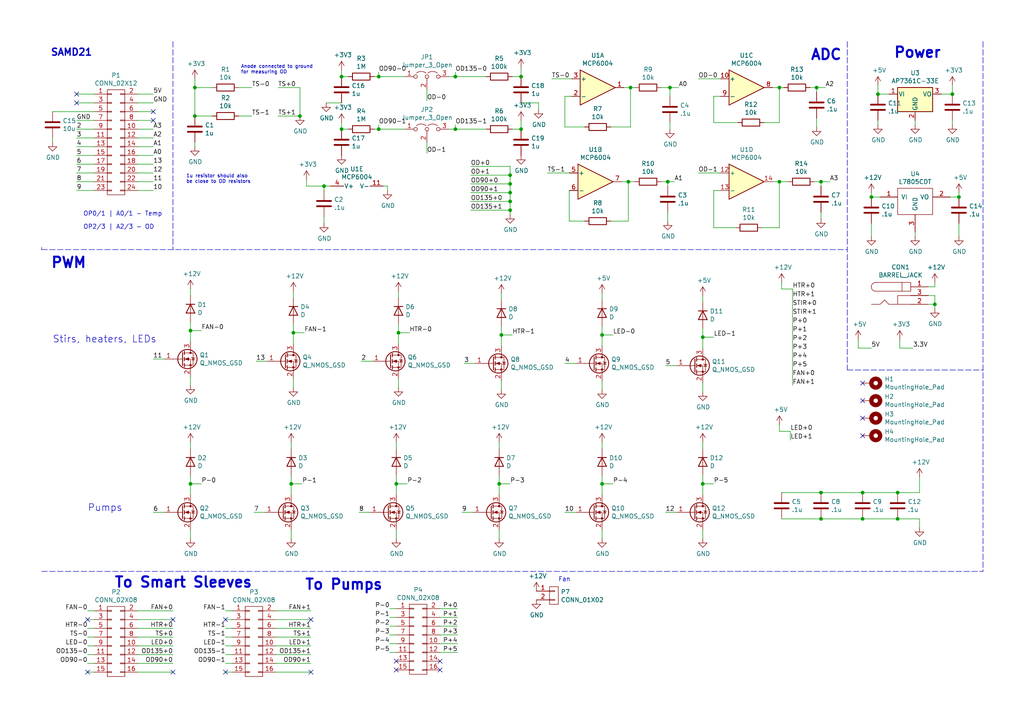
<source format=kicad_sch>
(kicad_sch (version 20211123) (generator eeschema)
  (paper "A4")
  (lib_symbols
    (symbol "Amplifier_Operational:MCP6004" (pin_names (offset 0.127))
      (property "Reference" "U" (at 0 5.08 0))
      (property "Value" "MCP6004" (at 0 -5.08 0))
      (symbol "MCP6004_1_1"
        (pin output line (at 7.62 0 180) (length 2.54) (name "~") (number "1"))
        (pin input line (at -7.62 -2.54 0) (length 2.54) (name "-") (number "2"))
        (pin input line (at -7.62 2.54 0) (length 2.54) (name "+") (number "3"))
      )
      (symbol "MCP6004_2_1"
        (pin input line (at -7.62 2.54 0) (length 2.54) (name "+") (number "5"))
        (pin input line (at -7.62 -2.54 0) (length 2.54) (name "-") (number "6"))
        (pin output line (at 7.62 0 180) (length 2.54) (name "~") (number "7"))
      )
      (symbol "MCP6004_3_1"
        (pin input line (at -7.62 2.54 0) (length 2.54) (name "+") (number "10"))
        (pin output line (at 7.62 0 180) (length 2.54) (name "~") (number "8"))
        (pin input line (at -7.62 -2.54 0) (length 2.54) (name "-") (number "9"))
      )
      (symbol "MCP6004_4_1"
        (pin input line (at -7.62 2.54 0) (length 2.54) (name "+") (number "12"))
        (pin input line (at -7.62 -2.54 0) (length 2.54) (name "-") (number "13"))
        (pin output line (at 7.62 0 180) (length 2.54) (name "~") (number "14"))
      )
      (symbol "MCP6004_5_1"
        (pin power_in line (at -2.54 -7.62 90) (length 3.81) (name "V-") (number "11"))
        (pin power_in line (at -2.54 7.62 270) (length 3.81) (name "V+") (number "4"))
      )
    )
    (symbol "Device:C" (pin_numbers hide) (pin_names (offset 0.254))
      (property "Reference" "C" (at 0.635 2.54 0))
      (property "Value" "C" (at 0.635 -2.54 0))
      (symbol "C_1_1"
        (pin passive line (at 0 3.81 270) (length 2.794) (name "~") (number "1"))
        (pin passive line (at 0 -3.81 90) (length 2.794) (name "~") (number "2"))
      )
    )
    (symbol "Device:D" (pin_numbers hide) (pin_names (offset 1.016) hide)
      (property "Reference" "D" (at 0 2.54 0))
      (property "Value" "D" (at 0 -2.54 0))
      (symbol "D_1_1"
        (pin passive line (at -3.81 0 0) (length 2.54) (name "K") (number "1"))
        (pin passive line (at 3.81 0 180) (length 2.54) (name "A") (number "2"))
      )
    )
    (symbol "Device:Q_NMOS_GSD" (pin_names (offset 0) hide)
      (property "Reference" "Q" (at 5.08 1.27 0))
      (property "Value" "Q_NMOS_GSD" (at 5.08 -1.27 0))
      (symbol "Q_NMOS_GSD_1_1"
        (pin input line (at -5.08 0 0) (length 2.54) (name "G") (number "1"))
        (pin passive line (at 2.54 -5.08 90) (length 2.54) (name "S") (number "2"))
        (pin passive line (at 2.54 5.08 270) (length 2.54) (name "D") (number "3"))
      )
    )
    (symbol "Device:R" (pin_numbers hide) (pin_names (offset 0))
      (property "Reference" "R" (at 2.032 0 90))
      (property "Value" "R" (at 0 0 90))
      (symbol "R_1_1"
        (pin passive line (at 0 3.81 270) (length 1.27) (name "~") (number "1"))
        (pin passive line (at 0 -3.81 90) (length 1.27) (name "~") (number "2"))
      )
    )
    (symbol "Mechanical:MountingHole_Pad" (pin_numbers hide) (pin_names (offset 1.016) hide)
      (property "Reference" "H" (at 0 6.35 0))
      (property "Value" "MountingHole_Pad" (at 0 4.445 0))
      (symbol "MountingHole_Pad_1_1"
        (pin input line (at 0 -2.54 90) (length 2.54) (name "1") (number "1"))
      )
    )
    (symbol "Regulator_Linear:AP7361C-33E" (pin_names (offset 0.254))
      (property "Reference" "U" (at -3.81 3.175 0))
      (property "Value" "AP7361C-33E" (at 0 3.175 0))
      (symbol "AP7361C-33E_1_1"
        (pin power_in line (at -7.62 0 0) (length 2.54) (name "VI") (number "1"))
        (pin power_in line (at 0 -7.62 90) (length 2.54) (name "GND") (number "2"))
        (pin power_out line (at 7.62 0 180) (length 2.54) (name "VO") (number "3"))
      )
    )
    (symbol "power:+12V" (power) (pin_names (offset 0))
      (property "Value" "+12V" (at 0 3.556 0))
      (symbol "+12V_1_1"
        (pin power_in line (at 0 0 90) (length 0) hide (name "+12V") (number "1"))
      )
    )
    (symbol "power:+5V" (power) (pin_names (offset 0))
      (property "Value" "+5V" (at 0 3.556 0))
      (symbol "+5V_1_1"
        (pin power_in line (at 0 0 90) (length 0) hide (name "+5V") (number "1"))
      )
    )
    (symbol "power:GND" (power) (pin_names (offset 0))
      (property "Value" "GND" (at 0 -3.81 0))
      (symbol "GND_1_1"
        (pin power_in line (at 0 0 270) (length 0) hide (name "GND") (number "1"))
      )
    )
    (symbol "power_mini_evolver-rescue:+3.3V-power" (power) (pin_names (offset 0))
      (property "Value" "+3.3V-power" (at 0 3.556 0))
      (symbol "+3.3V-power_1_1"
        (pin power_in line (at 0 0 90) (length 0) hide (name "+3V3") (number "1"))
      )
    )
    (symbol "power_mini_evolver-rescue:BARREL_JACK-conn" (pin_names (offset 1.016))
      (property "Reference" "CON" (at 0 6.35 0))
      (property "Value" "BARREL_JACK-conn" (at 0 -5.08 0))
      (symbol "BARREL_JACK-conn_1_1"
        (pin passive line (at 7.62 2.54 180) (length 5.08) (name "~") (number "1"))
        (pin passive line (at 7.62 -2.54 180) (length 5.08) (name "~") (number "2"))
        (pin passive line (at 7.62 0 180) (length 5.08) (name "~") (number "3"))
      )
    )
    (symbol "power_mini_evolver-rescue:CONN_01X02-conn" (pin_names (offset 1.016) hide)
      (property "Reference" "P" (at 0 3.81 0))
      (property "Value" "CONN_01X02-conn" (at 2.54 0 90))
      (symbol "CONN_01X02-conn_1_1"
        (pin passive line (at -5.08 1.27 0) (length 3.81) (name "P1") (number "1"))
        (pin passive line (at -5.08 -1.27 0) (length 3.81) (name "P2") (number "2"))
      )
    )
    (symbol "power_mini_evolver-rescue:CONN_02X08-conn" (pin_names (offset 0.0254) hide)
      (property "Reference" "P" (at 0 11.43 0))
      (property "Value" "CONN_02X08-conn" (at 0 0 90))
      (symbol "CONN_02X08-conn_1_1"
        (pin passive line (at -6.35 8.89 0) (length 3.81) (name "P1") (number "1"))
        (pin passive line (at 6.35 -1.27 180) (length 3.81) (name "P10") (number "10"))
        (pin passive line (at -6.35 -3.81 0) (length 3.81) (name "P11") (number "11"))
        (pin passive line (at 6.35 -3.81 180) (length 3.81) (name "P12") (number "12"))
        (pin passive line (at -6.35 -6.35 0) (length 3.81) (name "P13") (number "13"))
        (pin passive line (at 6.35 -6.35 180) (length 3.81) (name "P14") (number "14"))
        (pin passive line (at -6.35 -8.89 0) (length 3.81) (name "P15") (number "15"))
        (pin passive line (at 6.35 -8.89 180) (length 3.81) (name "P16") (number "16"))
        (pin passive line (at 6.35 8.89 180) (length 3.81) (name "P2") (number "2"))
        (pin passive line (at -6.35 6.35 0) (length 3.81) (name "P3") (number "3"))
        (pin passive line (at 6.35 6.35 180) (length 3.81) (name "P4") (number "4"))
        (pin passive line (at -6.35 3.81 0) (length 3.81) (name "P5") (number "5"))
        (pin passive line (at 6.35 3.81 180) (length 3.81) (name "P6") (number "6"))
        (pin passive line (at -6.35 1.27 0) (length 3.81) (name "P7") (number "7"))
        (pin passive line (at 6.35 1.27 180) (length 3.81) (name "P8") (number "8"))
        (pin passive line (at -6.35 -1.27 0) (length 3.81) (name "P9") (number "9"))
      )
    )
    (symbol "power_mini_evolver-rescue:CONN_02X12-conn" (pin_names (offset 0.0254) hide)
      (property "Reference" "P" (at 0 16.51 0))
      (property "Value" "CONN_02X12-conn" (at 0 0 90))
      (symbol "CONN_02X12-conn_1_1"
        (pin passive line (at -6.35 13.97 0) (length 3.81) (name "P1") (number "1"))
        (pin passive line (at 6.35 3.81 180) (length 3.81) (name "P10") (number "10"))
        (pin passive line (at -6.35 1.27 0) (length 3.81) (name "P11") (number "11"))
        (pin passive line (at 6.35 1.27 180) (length 3.81) (name "P12") (number "12"))
        (pin passive line (at -6.35 -1.27 0) (length 3.81) (name "P13") (number "13"))
        (pin passive line (at 6.35 -1.27 180) (length 3.81) (name "P14") (number "14"))
        (pin passive line (at -6.35 -3.81 0) (length 3.81) (name "P15") (number "15"))
        (pin passive line (at 6.35 -3.81 180) (length 3.81) (name "P16") (number "16"))
        (pin passive line (at -6.35 -6.35 0) (length 3.81) (name "P17") (number "17"))
        (pin passive line (at 6.35 -6.35 180) (length 3.81) (name "P18") (number "18"))
        (pin passive line (at -6.35 -8.89 0) (length 3.81) (name "P19") (number "19"))
        (pin passive line (at 6.35 13.97 180) (length 3.81) (name "P2") (number "2"))
        (pin passive line (at 6.35 -8.89 180) (length 3.81) (name "P20") (number "20"))
        (pin passive line (at -6.35 -11.43 0) (length 3.81) (name "P21") (number "21"))
        (pin passive line (at 6.35 -11.43 180) (length 3.81) (name "P22") (number "22"))
        (pin passive line (at -6.35 -13.97 0) (length 3.81) (name "P23") (number "23"))
        (pin passive line (at 6.35 -13.97 180) (length 3.81) (name "P24") (number "24"))
        (pin passive line (at -6.35 11.43 0) (length 3.81) (name "P3") (number "3"))
        (pin passive line (at 6.35 11.43 180) (length 3.81) (name "P4") (number "4"))
        (pin passive line (at -6.35 8.89 0) (length 3.81) (name "P5") (number "5"))
        (pin passive line (at 6.35 8.89 180) (length 3.81) (name "P6") (number "6"))
        (pin passive line (at -6.35 6.35 0) (length 3.81) (name "P7") (number "7"))
        (pin passive line (at 6.35 6.35 180) (length 3.81) (name "P8") (number "8"))
        (pin passive line (at -6.35 3.81 0) (length 3.81) (name "P9") (number "9"))
      )
    )
    (symbol "power_mini_evolver-rescue:Jumper_3_Open-Jumper" (pin_names (offset 0) hide)
      (property "Reference" "JP" (at -2.54 -2.54 0))
      (property "Value" "Jumper_3_Open-Jumper" (at 0 2.794 0))
      (symbol "Jumper_3_Open-Jumper_1_1"
        (pin passive line (at -6.35 0 0) (length 2.54) (name "A") (number "1"))
        (pin input line (at 0 -3.81 90) (length 2.54) (name "C") (number "2"))
        (pin passive line (at 6.35 0 180) (length 2.54) (name "B") (number "3"))
      )
    )
    (symbol "power_mini_evolver-rescue:L7805CDT-evo_mini" (pin_names (offset 1.016))
      (property "Reference" "U" (at 1.27 -5.08 0))
      (property "Value" "L7805CDT-evo_mini" (at 0 5.08 0))
      (symbol "L7805CDT-evo_mini_1_1"
        (pin input line (at -10.16 1.27 0) (length 5.08) (name "VI") (number "1"))
        (pin input line (at 10.16 1.27 180) (length 5.08) (name "VO") (number "2"))
        (pin input line (at 0 -8.89 90) (length 5.08) (name "GND") (number "3"))
      )
    )
  )
  (junction (at 276.225 27.305))
  (junction (at 252.73 57.15))
  (junction (at 254.635 27.305))
  (junction (at 174.625 97.155))
  (junction (at 238.125 52.705))
  (junction (at 86.995 33.655))
  (junction (at 151.13 22.225))
  (junction (at 151.13 37.465))
  (junction (at 203.835 97.79))
  (junction (at 203.835 140.335))
  (junction (at 55.245 95.885))
  (junction (at 226.06 52.705))
  (junction (at 226.06 25.4))
  (junction (at 278.13 57.15))
  (junction (at 147.955 55.88))
  (junction (at 147.955 58.42))
  (junction (at 260.35 142.875))
  (junction (at 271.145 88.265))
  (junction (at 55.245 140.335))
  (junction (at 250.19 150.495))
  (junction (at 145.415 97.155))
  (junction (at 236.855 25.4))
  (junction (at 238.125 142.875))
  (junction (at 114.935 140.335))
  (junction (at 56.515 33.655))
  (junction (at 132.08 22.225))
  (junction (at 109.855 37.465))
  (junction (at 194.31 25.4))
  (junction (at 144.78 140.335))
  (junction (at 132.08 37.465))
  (junction (at 99.06 22.225))
  (junction (at 99.06 37.465))
  (junction (at 182.245 52.705))
  (junction (at 56.515 25.4))
  (junction (at 238.125 150.495))
  (junction (at 109.855 22.225))
  (junction (at 93.98 53.975))
  (junction (at 174.625 140.335))
  (junction (at 84.455 140.335))
  (junction (at 147.955 60.96))
  (junction (at 147.955 53.34))
  (junction (at 250.19 142.875))
  (junction (at 182.88 25.4))
  (junction (at 115.57 96.52))
  (junction (at 147.955 50.8))
  (junction (at 85.09 96.52))
  (junction (at 193.675 52.705))
  (junction (at 260.35 150.495))
  (no_connect (at 65.405 194.945))
  (no_connect (at 25.4 179.705))
  (no_connect (at 250.19 116.205))
  (no_connect (at 50.165 179.705))
  (no_connect (at 250.19 111.125))
  (no_connect (at 127.635 191.77))
  (no_connect (at 90.17 194.945))
  (no_connect (at 114.935 191.77))
  (no_connect (at 250.19 121.285))
  (no_connect (at 22.225 29.845))
  (no_connect (at 44.45 32.385))
  (no_connect (at 250.19 126.365))
  (no_connect (at 50.165 194.945))
  (no_connect (at 22.225 27.305))
  (no_connect (at 90.17 179.705))
  (no_connect (at 65.405 179.705))
  (no_connect (at 44.45 34.925))
  (no_connect (at 25.4 194.945))
  (no_connect (at 127.635 194.31))
  (no_connect (at 114.935 194.31))
  (wire (pts (xy 94.615 29.845) (xy 99.06 29.845)))
  (wire (pts (xy 165.735 27.94) (xy 163.83 27.94)))
  (polyline (pts (xy 12.065 72.39) (xy 245.745 72.39)))
  (wire (pts (xy 238.125 61.595) (xy 238.125 63.5)))
  (wire (pts (xy 65.405 184.785) (xy 67.31 184.785)))
  (wire (pts (xy 93.98 53.975) (xy 95.885 53.975)))
  (wire (pts (xy 90.17 184.785) (xy 80.01 184.785)))
  (wire (pts (xy 276.225 36.195) (xy 276.225 34.925)))
  (wire (pts (xy 136.525 48.26) (xy 147.955 48.26)))
  (wire (pts (xy 55.245 109.22) (xy 55.245 111.76)))
  (wire (pts (xy 85.09 96.52) (xy 85.09 99.695)))
  (wire (pts (xy 156.21 29.845) (xy 156.21 31.75)))
  (wire (pts (xy 145.415 97.155) (xy 145.415 100.33)))
  (wire (pts (xy 226.06 66.04) (xy 226.06 52.705)))
  (wire (pts (xy 84.455 140.335) (xy 84.455 143.51)))
  (wire (pts (xy 174.625 94.615) (xy 174.625 97.155)))
  (polyline (pts (xy 50.165 12.065) (xy 50.165 72.39)))
  (wire (pts (xy 25.4 194.945) (xy 27.305 194.945)))
  (wire (pts (xy 165.1 64.135) (xy 169.545 64.135)))
  (wire (pts (xy 195.58 52.705) (xy 193.675 52.705)))
  (wire (pts (xy 50.165 184.785) (xy 40.005 184.785)))
  (wire (pts (xy 177.165 64.135) (xy 182.245 64.135)))
  (wire (pts (xy 207.01 97.79) (xy 203.835 97.79)))
  (wire (pts (xy 56.515 42.545) (xy 56.515 41.275)))
  (wire (pts (xy 278.13 57.15) (xy 275.59 57.15)))
  (wire (pts (xy 107.315 148.59) (xy 104.14 148.59)))
  (wire (pts (xy 254.635 27.305) (xy 254.635 24.765)))
  (wire (pts (xy 252.73 68.58) (xy 252.73 64.77)))
  (wire (pts (xy 196.215 148.59) (xy 193.04 148.59)))
  (wire (pts (xy 144.78 140.335) (xy 144.78 143.51)))
  (wire (pts (xy 88.265 96.52) (xy 85.09 96.52)))
  (wire (pts (xy 99.06 20.32) (xy 99.06 22.225)))
  (wire (pts (xy 25.4 184.785) (xy 27.305 184.785)))
  (wire (pts (xy 145.415 110.49) (xy 145.415 113.03)))
  (wire (pts (xy 238.125 52.705) (xy 238.125 53.975)))
  (wire (pts (xy 22.225 52.705) (xy 27.305 52.705)))
  (wire (pts (xy 260.985 98.425) (xy 260.985 100.965)))
  (wire (pts (xy 265.43 36.195) (xy 265.43 34.925)))
  (wire (pts (xy 151.13 29.845) (xy 156.21 29.845)))
  (wire (pts (xy 77.47 104.775) (xy 74.295 104.775)))
  (wire (pts (xy 174.625 137.795) (xy 174.625 140.335)))
  (polyline (pts (xy 285.115 12.065) (xy 285.115 165.735)))
  (wire (pts (xy 25.4 192.405) (xy 27.305 192.405)))
  (polyline (pts (xy 245.745 12.065) (xy 245.745 107.315)))
  (wire (pts (xy 226.695 150.495) (xy 238.125 150.495)))
  (wire (pts (xy 207.01 55.245) (xy 208.915 55.245)))
  (wire (pts (xy 114.935 140.335) (xy 114.935 143.51)))
  (wire (pts (xy 132.715 184.15) (xy 127.635 184.15)))
  (wire (pts (xy 229.87 83.82) (xy 229.87 111.76)))
  (wire (pts (xy 107.95 104.775) (xy 104.775 104.775)))
  (wire (pts (xy 136.525 50.8) (xy 147.955 50.8)))
  (wire (pts (xy 65.405 177.165) (xy 67.31 177.165)))
  (polyline (pts (xy 12.065 165.735) (xy 285.115 165.735)))
  (wire (pts (xy 167.005 105.41) (xy 163.83 105.41)))
  (wire (pts (xy 50.165 189.865) (xy 40.005 189.865)))
  (wire (pts (xy 113.03 189.23) (xy 114.935 189.23)))
  (wire (pts (xy 84.455 128.27) (xy 84.455 130.175)))
  (wire (pts (xy 114.935 128.27) (xy 114.935 130.175)))
  (wire (pts (xy 226.695 142.875) (xy 238.125 142.875)))
  (wire (pts (xy 55.245 83.82) (xy 55.245 85.725)))
  (wire (pts (xy 123.825 41.275) (xy 123.825 44.45)))
  (wire (pts (xy 174.625 153.67) (xy 174.625 156.21)))
  (wire (pts (xy 44.45 42.545) (xy 40.005 42.545)))
  (wire (pts (xy 25.4 189.865) (xy 27.305 189.865)))
  (wire (pts (xy 145.415 94.615) (xy 145.415 97.155)))
  (wire (pts (xy 76.835 148.59) (xy 73.66 148.59)))
  (wire (pts (xy 147.955 60.96) (xy 147.955 62.23)))
  (wire (pts (xy 177.165 36.83) (xy 182.88 36.83)))
  (wire (pts (xy 47.625 148.59) (xy 44.45 148.59)))
  (wire (pts (xy 132.715 179.07) (xy 127.635 179.07)))
  (wire (pts (xy 147.955 50.8) (xy 147.955 53.34)))
  (wire (pts (xy 148.59 97.155) (xy 145.415 97.155)))
  (wire (pts (xy 236.855 25.4) (xy 236.855 26.67)))
  (wire (pts (xy 50.165 177.165) (xy 40.005 177.165)))
  (wire (pts (xy 226.06 125.095) (xy 229.235 125.095)))
  (wire (pts (xy 85.09 109.855) (xy 85.09 112.395)))
  (wire (pts (xy 109.855 22.225) (xy 117.475 22.225)))
  (wire (pts (xy 25.4 182.245) (xy 27.305 182.245)))
  (wire (pts (xy 136.525 55.88) (xy 147.955 55.88)))
  (wire (pts (xy 203.835 137.795) (xy 203.835 140.335)))
  (wire (pts (xy 194.31 35.56) (xy 194.31 37.465)))
  (wire (pts (xy 111.125 53.975) (xy 112.395 53.975)))
  (wire (pts (xy 182.88 36.83) (xy 182.88 25.4)))
  (wire (pts (xy 151.13 37.465) (xy 148.59 37.465)))
  (wire (pts (xy 44.45 45.085) (xy 40.005 45.085)))
  (wire (pts (xy 255.27 57.15) (xy 252.73 57.15)))
  (wire (pts (xy 118.745 96.52) (xy 115.57 96.52)))
  (wire (pts (xy 22.225 40.005) (xy 27.305 40.005)))
  (wire (pts (xy 144.78 137.795) (xy 144.78 140.335)))
  (wire (pts (xy 132.08 22.225) (xy 140.97 22.225)))
  (wire (pts (xy 44.45 47.625) (xy 40.005 47.625)))
  (wire (pts (xy 65.405 192.405) (xy 67.31 192.405)))
  (wire (pts (xy 109.855 22.225) (xy 109.855 20.955)))
  (wire (pts (xy 207.01 27.94) (xy 208.915 27.94)))
  (wire (pts (xy 203.835 140.335) (xy 203.835 143.51)))
  (wire (pts (xy 22.225 47.625) (xy 27.305 47.625)))
  (wire (pts (xy 163.83 27.94) (xy 163.83 36.83)))
  (wire (pts (xy 137.795 105.41) (xy 134.62 105.41)))
  (wire (pts (xy 229.235 125.095) (xy 229.235 127.635)))
  (wire (pts (xy 50.165 187.325) (xy 40.005 187.325)))
  (wire (pts (xy 266.7 142.875) (xy 266.7 138.43)))
  (wire (pts (xy 56.515 25.4) (xy 56.515 33.655)))
  (wire (pts (xy 226.695 83.82) (xy 229.87 83.82)))
  (wire (pts (xy 99.06 37.465) (xy 100.965 37.465)))
  (polyline (pts (xy 245.745 107.315) (xy 285.115 107.315)))
  (wire (pts (xy 136.525 60.96) (xy 147.955 60.96)))
  (wire (pts (xy 22.225 45.085) (xy 27.305 45.085)))
  (wire (pts (xy 73.025 25.4) (xy 69.215 25.4)))
  (wire (pts (xy 226.06 52.705) (xy 224.155 52.705)))
  (wire (pts (xy 25.4 177.165) (xy 27.305 177.165)))
  (wire (pts (xy 271.145 88.265) (xy 269.24 88.265)))
  (wire (pts (xy 73.025 33.655) (xy 69.215 33.655)))
  (wire (pts (xy 203.835 128.27) (xy 203.835 130.175)))
  (wire (pts (xy 113.03 179.07) (xy 114.935 179.07)))
  (wire (pts (xy 99.06 35.56) (xy 99.06 37.465)))
  (wire (pts (xy 174.625 140.335) (xy 174.625 143.51)))
  (wire (pts (xy 226.06 25.4) (xy 227.33 25.4)))
  (wire (pts (xy 224.155 25.4) (xy 226.06 25.4)))
  (wire (pts (xy 165.1 55.245) (xy 165.1 64.135)))
  (wire (pts (xy 194.31 25.4) (xy 196.85 25.4)))
  (wire (pts (xy 123.825 26.035) (xy 123.825 29.21)))
  (wire (pts (xy 147.955 53.34) (xy 147.955 55.88)))
  (wire (pts (xy 271.145 83.185) (xy 269.24 83.185)))
  (wire (pts (xy 93.98 64.77) (xy 93.98 62.865)))
  (wire (pts (xy 80.645 33.655) (xy 86.995 33.655)))
  (wire (pts (xy 109.855 37.465) (xy 117.475 37.465)))
  (wire (pts (xy 182.88 25.4) (xy 180.975 25.4)))
  (wire (pts (xy 132.08 20.955) (xy 132.08 22.225)))
  (wire (pts (xy 250.19 142.875) (xy 260.35 142.875)))
  (wire (pts (xy 114.935 153.67) (xy 114.935 156.21)))
  (wire (pts (xy 266.7 150.495) (xy 266.7 153.035)))
  (wire (pts (xy 228.6 52.705) (xy 226.06 52.705)))
  (wire (pts (xy 271.145 85.725) (xy 271.145 88.265)))
  (wire (pts (xy 174.625 128.27) (xy 174.625 130.175)))
  (wire (pts (xy 260.35 150.495) (xy 266.7 150.495)))
  (wire (pts (xy 55.245 153.67) (xy 55.245 156.21)))
  (wire (pts (xy 174.625 85.09) (xy 174.625 86.995)))
  (wire (pts (xy 260.35 142.875) (xy 266.7 142.875)))
  (wire (pts (xy 55.245 95.885) (xy 55.245 99.06)))
  (wire (pts (xy 265.43 67.31) (xy 265.43 68.58)))
  (wire (pts (xy 240.665 52.705) (xy 238.125 52.705)))
  (wire (pts (xy 203.835 97.79) (xy 203.835 100.965)))
  (wire (pts (xy 213.995 35.56) (xy 207.01 35.56)))
  (wire (pts (xy 27.305 34.925) (xy 22.225 34.925)))
  (wire (pts (xy 202.565 50.165) (xy 208.915 50.165)))
  (wire (pts (xy 151.13 22.225) (xy 148.59 22.225)))
  (wire (pts (xy 90.17 194.945) (xy 80.01 194.945)))
  (wire (pts (xy 108.585 22.225) (xy 109.855 22.225)))
  (wire (pts (xy 250.19 150.495) (xy 260.35 150.495)))
  (wire (pts (xy 55.245 137.795) (xy 55.245 140.335)))
  (wire (pts (xy 90.17 179.705) (xy 80.01 179.705)))
  (wire (pts (xy 15.24 41.275) (xy 15.24 40.005)))
  (wire (pts (xy 158.75 50.165) (xy 165.1 50.165)))
  (wire (pts (xy 207.01 66.04) (xy 207.01 55.245)))
  (wire (pts (xy 174.625 110.49) (xy 174.625 113.03)))
  (wire (pts (xy 108.585 37.465) (xy 109.855 37.465)))
  (wire (pts (xy 278.13 68.58) (xy 278.13 64.77)))
  (wire (pts (xy 61.595 25.4) (xy 56.515 25.4)))
  (wire (pts (xy 22.225 29.845) (xy 27.305 29.845)))
  (wire (pts (xy 136.525 58.42) (xy 147.955 58.42)))
  (wire (pts (xy 55.245 128.27) (xy 55.245 130.175)))
  (wire (pts (xy 61.595 33.655) (xy 56.515 33.655)))
  (wire (pts (xy 113.03 184.15) (xy 114.935 184.15)))
  (wire (pts (xy 191.77 52.705) (xy 193.675 52.705)))
  (wire (pts (xy 88.9 52.07) (xy 88.9 53.975)))
  (wire (pts (xy 248.92 100.965) (xy 252.73 100.965)))
  (wire (pts (xy 85.09 84.455) (xy 85.09 86.36)))
  (wire (pts (xy 144.78 128.27) (xy 144.78 130.175)))
  (wire (pts (xy 112.395 53.975) (xy 112.395 55.245)))
  (wire (pts (xy 234.95 25.4) (xy 236.855 25.4)))
  (wire (pts (xy 191.77 25.4) (xy 194.31 25.4)))
  (wire (pts (xy 44.45 52.705) (xy 40.005 52.705)))
  (wire (pts (xy 236.855 34.29) (xy 236.855 36.83)))
  (wire (pts (xy 90.17 192.405) (xy 80.01 192.405)))
  (wire (pts (xy 22.225 50.165) (xy 27.305 50.165)))
  (wire (pts (xy 239.395 25.4) (xy 236.855 25.4)))
  (wire (pts (xy 260.985 100.965) (xy 264.795 100.965)))
  (wire (pts (xy 193.675 52.705) (xy 193.675 53.975)))
  (wire (pts (xy 276.225 24.765) (xy 276.225 27.305)))
  (wire (pts (xy 147.955 58.42) (xy 147.955 60.96)))
  (wire (pts (xy 137.16 148.59) (xy 133.985 148.59)))
  (wire (pts (xy 114.935 137.795) (xy 114.935 140.335)))
  (wire (pts (xy 163.83 36.83) (xy 169.545 36.83)))
  (wire (pts (xy 65.405 189.865) (xy 67.31 189.865)))
  (wire (pts (xy 177.8 140.335) (xy 174.625 140.335)))
  (wire (pts (xy 271.145 81.915) (xy 271.145 83.185)))
  (wire (pts (xy 193.675 61.595) (xy 193.675 64.135)))
  (wire (pts (xy 93.98 55.245) (xy 93.98 53.975)))
  (wire (pts (xy 194.31 27.94) (xy 194.31 25.4)))
  (wire (pts (xy 144.78 153.67) (xy 144.78 156.21)))
  (wire (pts (xy 213.36 66.04) (xy 207.01 66.04)))
  (wire (pts (xy 90.17 189.865) (xy 80.01 189.865)))
  (wire (pts (xy 90.17 187.325) (xy 80.01 187.325)))
  (wire (pts (xy 40.005 29.845) (xy 44.45 29.845)))
  (wire (pts (xy 86.995 25.4) (xy 86.995 33.655)))
  (wire (pts (xy 40.005 27.305) (xy 44.45 27.305)))
  (wire (pts (xy 203.835 153.67) (xy 203.835 156.21)))
  (wire (pts (xy 99.06 22.225) (xy 100.965 22.225)))
  (wire (pts (xy 65.405 182.245) (xy 67.31 182.245)))
  (wire (pts (xy 132.715 181.61) (xy 127.635 181.61)))
  (wire (pts (xy 50.165 194.945) (xy 40.005 194.945)))
  (wire (pts (xy 44.45 40.005) (xy 40.005 40.005)))
  (wire (pts (xy 50.165 192.405) (xy 40.005 192.405)))
  (wire (pts (xy 132.08 36.195) (xy 132.08 37.465)))
  (wire (pts (xy 221.615 35.56) (xy 226.06 35.56)))
  (wire (pts (xy 55.245 140.335) (xy 55.245 143.51)))
  (wire (pts (xy 226.06 35.56) (xy 226.06 25.4)))
  (wire (pts (xy 44.45 34.925) (xy 40.005 34.925)))
  (wire (pts (xy 40.005 32.385) (xy 44.45 32.385)))
  (wire (pts (xy 65.405 187.325) (xy 67.31 187.325)))
  (wire (pts (xy 203.835 85.725) (xy 203.835 87.63)))
  (wire (pts (xy 151.13 34.925) (xy 151.13 37.465)))
  (wire (pts (xy 65.405 194.945) (xy 67.31 194.945)))
  (wire (pts (xy 174.625 97.155) (xy 174.625 100.33)))
  (wire (pts (xy 182.245 52.705) (xy 180.34 52.705)))
  (wire (pts (xy 90.17 177.165) (xy 80.01 177.165)))
  (wire (pts (xy 130.175 37.465) (xy 132.08 37.465)))
  (wire (pts (xy 276.225 27.305) (xy 273.05 27.305)))
  (wire (pts (xy 118.11 140.335) (xy 114.935 140.335)))
  (wire (pts (xy 196.215 106.045) (xy 193.04 106.045)))
  (wire (pts (xy 236.22 52.705) (xy 238.125 52.705)))
  (wire (pts (xy 113.03 186.69) (xy 114.935 186.69)))
  (wire (pts (xy 203.835 95.25) (xy 203.835 97.79)))
  (wire (pts (xy 238.125 150.495) (xy 250.19 150.495)))
  (wire (pts (xy 132.715 189.23) (xy 127.635 189.23)))
  (wire (pts (xy 25.4 187.325) (xy 27.305 187.325)))
  (wire (pts (xy 47.625 104.14) (xy 44.45 104.14)))
  (wire (pts (xy 15.24 32.385) (xy 27.305 32.385)))
  (polyline (pts (xy 12.065 72.39) (xy 12.065 71.755)))
  (wire (pts (xy 254.635 34.925) (xy 254.635 36.195)))
  (wire (pts (xy 257.81 27.305) (xy 254.635 27.305)))
  (wire (pts (xy 50.165 182.245) (xy 40.005 182.245)))
  (wire (pts (xy 65.405 179.705) (xy 67.31 179.705)))
  (wire (pts (xy 44.45 55.245) (xy 40.005 55.245)))
  (wire (pts (xy 115.57 93.98) (xy 115.57 96.52)))
  (wire (pts (xy 252.73 57.15) (xy 252.73 55.88)))
  (wire (pts (xy 145.415 85.09) (xy 145.415 86.995)))
  (wire (pts (xy 58.42 95.885) (xy 55.245 95.885)))
  (wire (pts (xy 132.08 37.465) (xy 140.97 37.465)))
  (wire (pts (xy 113.03 181.61) (xy 114.935 181.61)))
  (wire (pts (xy 88.9 53.975) (xy 93.98 53.975)))
  (wire (pts (xy 58.42 140.335) (xy 55.245 140.335)))
  (wire (pts (xy 226.695 81.915) (xy 226.695 83.82)))
  (wire (pts (xy 109.855 37.465) (xy 109.855 36.195)))
  (wire (pts (xy 25.4 179.705) (xy 27.305 179.705)))
  (wire (pts (xy 269.24 85.725) (xy 271.145 85.725)))
  (wire (pts (xy 115.57 96.52) (xy 115.57 99.695)))
  (wire (pts (xy 85.09 93.98) (xy 85.09 96.52)))
  (wire (pts (xy 278.13 55.88) (xy 278.13 57.15)))
  (wire (pts (xy 226.06 123.19) (xy 226.06 125.095)))
  (wire (pts (xy 203.835 111.125) (xy 203.835 113.665)))
  (wire (pts (xy 55.245 93.345) (xy 55.245 95.885)))
  (wire (pts (xy 84.455 153.67) (xy 84.455 156.21)))
  (wire (pts (xy 238.125 142.875) (xy 250.19 142.875)))
  (wire (pts (xy 84.455 137.795) (xy 84.455 140.335)))
  (wire (pts (xy 182.245 64.135) (xy 182.245 52.705)))
  (wire (pts (xy 80.645 25.4) (xy 86.995 25.4)))
  (wire (pts (xy 90.17 182.245) (xy 80.01 182.245)))
  (wire (pts (xy 147.955 140.335) (xy 144.78 140.335)))
  (wire (pts (xy 167.005 148.59) (xy 163.83 148.59)))
  (wire (pts (xy 207.01 140.335) (xy 203.835 140.335)))
  (wire (pts (xy 50.165 179.705) (xy 40.005 179.705)))
  (wire (pts (xy 113.03 176.53) (xy 114.935 176.53)))
  (wire (pts (xy 132.715 176.53) (xy 127.635 176.53)))
  (wire (pts (xy 177.8 97.155) (xy 174.625 97.155)))
  (wire (pts (xy 147.955 48.26) (xy 147.955 50.8)))
  (wire (pts (xy 87.63 140.335) (xy 84.455 140.335)))
  (wire (pts (xy 22.225 55.245) (xy 27.305 55.245)))
  (wire (pts (xy 132.715 186.69) (xy 127.635 186.69)))
  (wire (pts (xy 44.45 37.465) (xy 40.005 37.465)))
  (wire (pts (xy 202.565 22.86) (xy 208.915 22.86)))
  (wire (pts (xy 22.225 37.465) (xy 27.305 37.465)))
  (wire (pts (xy 147.955 55.88) (xy 147.955 58.42)))
  (wire (pts (xy 248.92 98.425) (xy 248.92 100.965)))
  (wire (pts (xy 22.225 27.305) (xy 27.305 27.305)))
  (wire (pts (xy 136.525 53.34) (xy 147.955 53.34)))
  (wire (pts (xy 165.735 22.86) (xy 160.02 22.86)))
  (wire (pts (xy 22.225 42.545) (xy 27.305 42.545)))
  (wire (pts (xy 151.13 19.685) (xy 151.13 22.225)))
  (wire (pts (xy 184.15 25.4) (xy 182.88 25.4)))
  (wire (pts (xy 115.57 109.855) (xy 115.57 112.395)))
  (wire (pts (xy 56.515 22.86) (xy 56.515 25.4)))
  (wire (pts (xy 115.57 84.455) (xy 115.57 86.36)))
  (wire (pts (xy 184.15 52.705) (xy 182.245 52.705)))
  (wire (pts (xy 44.45 50.165) (xy 40.005 50.165)))
  (wire (pts (xy 130.175 22.225) (xy 132.08 22.225)))
  (wire (pts (xy 271.145 89.535) (xy 271.145 88.265)))
  (wire (pts (xy 220.98 66.04) (xy 226.06 66.04)))
  (wire (pts (xy 207.01 35.56) (xy 207.01 27.94)))
  (text "Anode connected to ground\nfor measuring OD" (at 69.85 21.59 0) (effects (font (size 0.9906 0.9906)) (justify left bottom)))
  (text "Pumps" (at 25.4 148.59 0) (effects (font (size 2.0066 2.0066)) (justify left bottom)))
  (text "OP0/1 | A0/1 - Temp" (at 24.13 62.865 0) (effects (font (size 1.27 1.27)) (justify left bottom)))
  (text "OP2/3 | A2/3 - OD" (at 24.13 66.675 0) (effects (font (size 1.27 1.27)) (justify left bottom)))
  (text "To Smart Sleeves" (at 33.02 170.815 0) (effects (font (size 2.9972 2.9972) (thickness 0.5994) bold) (justify left bottom)))
  (text "ADC" (at 234.95 17.78 0) (effects (font (size 2.9972 2.9972) (thickness 0.5994) bold) (justify left bottom)))
  (text "Power" (at 259.08 17.145 0) (effects (font (size 2.9972 2.9972) (thickness 0.5994) bold) (justify left bottom)))
  (text "To Pumps" (at 88.265 171.45 0) (effects (font (size 2.9972 2.9972) (thickness 0.5994) bold) (justify left bottom)))
  (text "Fan" (at 161.925 168.91 0) (effects (font (size 1.27 1.27)) (justify left bottom)))
  (text "Stirs, heaters, LEDs" (at 15.24 99.695 0) (effects (font (size 2.0066 2.0066)) (justify left bottom)))
  (text "PWM" (at 14.605 78.105 0) (effects (font (size 2.9972 2.9972) (thickness 0.5994) bold) (justify left bottom)))
  (text "SAMD21" (at 14.605 16.51 0) (effects (font (size 2.0066 2.0066) (thickness 0.4013) bold) (justify left bottom)))
  (text "1u resistor should also \nbe close to OD resistors" (at 53.975 53.34 0) (effects (font (size 0.9906 0.9906)) (justify left bottom)))
  (label "OD-0" (at 123.825 29.21 0))
  (label "P+4" (at 229.87 104.14 0))
  (label "8" (at 104.14 148.59 0))
  (label "LED+1" (at 229.235 127.635 0))
  (label "LED-0" (at 25.4 187.325 180))
  (label "OD+0" (at 136.525 48.26 0))
  (label "P+2" (at 132.715 181.61 180))
  (label "2" (at 22.225 37.465 0))
  (label "OD90-1" (at 65.405 192.405 180))
  (label "OD90-0" (at 109.855 20.955 0))
  (label "FAN+0" (at 229.87 109.22 0))
  (label "TS+0" (at 50.165 184.785 180))
  (label "OD135-0" (at 25.4 189.865 180))
  (label "12" (at 44.45 50.165 0))
  (label "P-3" (at 113.03 184.15 180))
  (label "A2" (at 44.45 40.005 0))
  (label "P+3" (at 132.715 184.15 180))
  (label "FAN-0" (at 25.4 177.165 180))
  (label "TS+1" (at 90.17 184.785 180))
  (label "OD90+1" (at 90.17 192.405 180))
  (label "P-2" (at 118.11 140.335 0))
  (label "FAN-1" (at 88.265 96.52 0))
  (label "3" (at 134.62 105.41 0))
  (label "STIR+1" (at 229.87 91.44 0))
  (label "P-4" (at 177.8 140.335 0))
  (label "A0" (at 196.85 25.4 0))
  (label "TS+0" (at 80.645 25.4 0))
  (label "A3" (at 44.45 37.465 0))
  (label "OD90-1" (at 109.855 36.195 0))
  (label "OD90+0" (at 136.525 53.34 0))
  (label "LED+0" (at 50.165 187.325 180))
  (label "P-0" (at 113.03 176.53 180))
  (label "P+4" (at 132.715 186.69 180))
  (label "HTR-0" (at 25.4 182.245 180))
  (label "OD-1" (at 202.565 50.165 0))
  (label "P-3" (at 147.955 140.335 0))
  (label "TS-1" (at 73.025 33.655 0))
  (label "P+0" (at 132.715 176.53 180))
  (label "P+3" (at 229.87 101.6 0))
  (label "HTR+1" (at 90.17 182.245 180))
  (label "HTR-1" (at 148.59 97.155 0))
  (label "3" (at 22.225 40.005 0))
  (label "TS-1" (at 65.405 184.785 180))
  (label "OD135-0" (at 132.08 20.955 0))
  (label "P-2" (at 113.03 181.61 180))
  (label "P-1" (at 113.03 179.07 180))
  (label "6" (at 44.45 148.59 0))
  (label "P+1" (at 229.87 96.52 0))
  (label "FAN+0" (at 50.165 177.165 180))
  (label "LED-0" (at 177.8 97.155 0))
  (label "5V" (at 252.73 100.965 0))
  (label "P-5" (at 113.03 189.23 180))
  (label "OD135+0" (at 136.525 58.42 0))
  (label "P-1" (at 87.63 140.335 0))
  (label "HTR+0" (at 229.87 83.82 0))
  (label "LED+1" (at 90.17 187.325 180))
  (label "HTR+0" (at 50.165 182.245 180))
  (label "GND" (at 22.225 34.925 0))
  (label "TS-0" (at 25.4 184.785 180))
  (label "P+5" (at 132.715 189.23 180))
  (label "OD135+1" (at 136.525 60.96 0))
  (label "HTR-0" (at 118.745 96.52 0))
  (label "OD-1" (at 123.825 44.45 0))
  (label "TS-0" (at 160.02 22.86 0))
  (label "4" (at 22.225 42.545 0))
  (label "OD90-0" (at 25.4 192.405 180))
  (label "FAN-1" (at 65.405 177.165 180))
  (label "P+1" (at 132.715 179.07 180))
  (label "3.3V" (at 264.795 100.965 0))
  (label "OD90+1" (at 136.525 55.88 0))
  (label "10" (at 163.83 148.59 0))
  (label "OD+1" (at 136.525 50.8 0))
  (label "10" (at 44.45 55.245 0))
  (label "6" (at 22.225 47.625 0))
  (label "9" (at 22.225 55.245 0))
  (label "GND" (at 44.45 29.845 0))
  (label "FAN+1" (at 229.87 111.76 0))
  (label "9" (at 133.985 148.59 0))
  (label "2" (at 104.775 104.775 0))
  (label "HTR+1" (at 229.87 86.36 0))
  (label "LED-1" (at 207.01 97.79 0))
  (label "P+5" (at 229.87 106.68 0))
  (label "13" (at 44.45 47.625 0))
  (label "LED+0" (at 229.235 125.095 0))
  (label "7" (at 22.225 50.165 0))
  (label "5" (at 22.225 45.085 0))
  (label "STIR+0" (at 229.87 88.9 0))
  (label "5V" (at 44.45 27.305 0))
  (label "OD135-1" (at 65.405 189.865 180))
  (label "P-5" (at 207.01 140.335 0))
  (label "5" (at 193.04 106.045 0))
  (label "A1" (at 44.45 42.545 0))
  (label "FAN-0" (at 58.42 95.885 0))
  (label "TS-0" (at 73.025 25.4 0))
  (label "P+2" (at 229.87 99.06 0))
  (label "HTR-1" (at 65.405 182.245 180))
  (label "FAN+1" (at 90.17 177.165 180))
  (label "A1" (at 195.58 52.705 0))
  (label "LED-1" (at 65.405 187.325 180))
  (label "OD135-1" (at 132.08 36.195 0))
  (label "12" (at 193.04 148.59 0))
  (label "OD90+0" (at 50.165 192.405 180))
  (label "13" (at 74.295 104.775 0))
  (label "P+0" (at 229.87 93.98 0))
  (label "P-0" (at 58.42 140.335 0))
  (label "OD-0" (at 202.565 22.86 0))
  (label "A2" (at 239.395 25.4 0))
  (label "11" (at 44.45 104.14 0))
  (label "TS-1" (at 158.75 50.165 0))
  (label "OD135+1" (at 90.17 189.865 180))
  (label "4" (at 163.83 105.41 0))
  (label "8" (at 22.225 52.705 0))
  (label "P-4" (at 113.03 186.69 180))
  (label "11" (at 44.45 52.705 0))
  (label "7" (at 73.66 148.59 0))
  (label "A3" (at 240.665 52.705 0))
  (label "A0" (at 44.45 45.085 0))
  (label "OD135+0" (at 50.165 189.865 180))
  (label "TS+1" (at 80.645 33.655 0))
  (symbol (lib_id "power_mini_evolver-rescue:CONN_02X12-conn") (at 33.655 41.275 0) (unit 1)
    (property "Reference" "P1" (at 33.655 21.844 0))
    (property "Value" "CONN_02X12" (at 33.655 24.1554 0))
    (property "Footprint" "mods:24_pin_10in" (effects hide))
  )
  (symbol (lib_id "Amplifier_Operational:MCP6004") (at 173.355 25.4 0) (unit 1)
    (property "Reference" "U1" (at 173.355 16.0782 0))
    (property "Value" "MCP6004" (at 173.355 18.3896 0))
    (property "Footprint" "mods:mcp6004-ssop" (effects hide))
    (property "Datasheet" "http://ww1.microchip.com/downloads/en/DeviceDoc/21733j.pdf" (effects hide))
  )
  (symbol (lib_id "Amplifier_Operational:MCP6004") (at 172.72 52.705 0) (unit 2)
    (property "Reference" "U1" (at 172.72 43.3832 0))
    (property "Value" "MCP6004" (at 172.72 45.6946 0))
    (property "Footprint" "mods:mcp6004-ssop" (effects hide))
    (property "Datasheet" "http://ww1.microchip.com/downloads/en/DeviceDoc/21733j.pdf" (effects hide))
  )
  (symbol (lib_id "Amplifier_Operational:MCP6004") (at 216.535 25.4 0) (unit 3)
    (property "Reference" "U1" (at 216.535 16.0782 0))
    (property "Value" "MCP6004" (at 216.535 18.3896 0))
    (property "Footprint" "mods:mcp6004-ssop" (effects hide))
    (property "Datasheet" "http://ww1.microchip.com/downloads/en/DeviceDoc/21733j.pdf" (effects hide))
  )
  (symbol (lib_id "Amplifier_Operational:MCP6004") (at 216.535 52.705 0) (unit 4)
    (property "Reference" "U1" (at 216.535 43.3832 0))
    (property "Value" "MCP6004" (at 216.535 45.6946 0))
    (property "Footprint" "mods:mcp6004-ssop" (effects hide))
    (property "Datasheet" "http://ww1.microchip.com/downloads/en/DeviceDoc/21733j.pdf" (effects hide))
  )
  (symbol (lib_id "Device:R") (at 173.355 36.83 270) (unit 1)
    (property "Reference" "R7" (at 173.355 31.5722 90))
    (property "Value" "10k" (at 173.355 33.8836 90))
    (property "Footprint" "Resistor_SMD:R_0603_1608Metric" (effects hide))
  )
  (symbol (lib_id "Device:R") (at 173.355 64.135 270) (unit 1)
    (property "Reference" "R8" (at 173.355 58.8772 90))
    (property "Value" "10k" (at 173.355 61.1886 90))
    (property "Footprint" "Resistor_SMD:R_0603_1608Metric" (effects hide))
  )
  (symbol (lib_id "Device:R") (at 217.17 66.04 270) (unit 1)
    (property "Reference" "R11" (at 217.17 60.7822 90))
    (property "Value" "10k" (at 217.17 63.0936 90))
    (property "Footprint" "Resistor_SMD:R_0603_1608Metric" (effects hide))
  )
  (symbol (lib_id "Device:R") (at 217.805 35.56 270) (unit 1)
    (property "Reference" "R12" (at 217.805 30.3022 90))
    (property "Value" "10k" (at 217.805 32.6136 90))
    (property "Footprint" "Resistor_SMD:R_0603_1608Metric" (effects hide))
  )
  (symbol (lib_id "Device:R") (at 187.96 25.4 270) (unit 1)
    (property "Reference" "R9" (at 187.96 20.1422 90))
    (property "Value" "10k" (at 187.96 22.4536 90))
    (property "Footprint" "Resistor_SMD:R_0603_1608Metric" (effects hide))
  )
  (symbol (lib_id "Device:C") (at 194.31 31.75 0) (unit 1)
    (property "Reference" "C4" (at 197.231 30.5816 0) (effects (justify left)))
    (property "Value" ".1u" (at 197.231 32.893 0) (effects (justify left)))
    (property "Footprint" "Capacitor_SMD:C_0603_1608Metric" (effects hide))
  )
  (symbol (lib_id "power:GND") (at 194.31 37.465 0) (unit 1)
    (property "Reference" "#PWR0101" (effects hide))
    (property "Value" "GND" (at 194.437 41.8592 0))
  )
  (symbol (lib_id "Device:R") (at 187.96 52.705 270) (unit 1)
    (property "Reference" "R10" (at 187.96 47.4472 90))
    (property "Value" "10k" (at 187.96 49.7586 90))
    (property "Footprint" "Resistor_SMD:R_0603_1608Metric" (effects hide))
  )
  (symbol (lib_id "Device:R") (at 232.41 52.705 270) (unit 1)
    (property "Reference" "R14" (at 232.41 47.4472 90))
    (property "Value" "10k" (at 232.41 49.7586 90))
    (property "Footprint" "Resistor_SMD:R_0603_1608Metric" (effects hide))
  )
  (symbol (lib_id "Device:R") (at 231.14 25.4 270) (unit 1)
    (property "Reference" "R13" (at 231.14 20.1422 90))
    (property "Value" "10k" (at 231.14 22.4536 90))
    (property "Footprint" "Resistor_SMD:R_0603_1608Metric" (effects hide))
  )
  (symbol (lib_id "Device:C") (at 193.675 57.785 0) (unit 1)
    (property "Reference" "C3" (at 196.596 56.6166 0) (effects (justify left)))
    (property "Value" ".1u" (at 196.596 58.928 0) (effects (justify left)))
    (property "Footprint" "Capacitor_SMD:C_0603_1608Metric" (effects hide))
  )
  (symbol (lib_id "Device:C") (at 238.125 57.785 0) (unit 1)
    (property "Reference" "C7" (at 241.046 56.6166 0) (effects (justify left)))
    (property "Value" ".1u" (at 241.046 58.928 0) (effects (justify left)))
    (property "Footprint" "Capacitor_SMD:C_0603_1608Metric" (effects hide))
  )
  (symbol (lib_id "Device:C") (at 236.855 30.48 0) (unit 1)
    (property "Reference" "C6" (at 239.776 29.3116 0) (effects (justify left)))
    (property "Value" ".1u" (at 239.776 31.623 0) (effects (justify left)))
    (property "Footprint" "Capacitor_SMD:C_0603_1608Metric" (effects hide))
  )
  (symbol (lib_id "power:GND") (at 193.675 64.135 0) (unit 1)
    (property "Reference" "#PWR0102" (effects hide))
    (property "Value" "GND" (at 193.802 68.5292 0))
  )
  (symbol (lib_id "power:GND") (at 236.855 36.83 0) (unit 1)
    (property "Reference" "#PWR0103" (effects hide))
    (property "Value" "GND" (at 236.982 41.2242 0))
  )
  (symbol (lib_id "power:GND") (at 238.125 63.5 0) (unit 1)
    (property "Reference" "#PWR0104" (effects hide))
    (property "Value" "GND" (at 238.252 67.8942 0))
  )
  (symbol (lib_id "power:GND") (at 112.395 55.245 0) (unit 1)
    (property "Reference" "#PWR0154" (effects hide))
    (property "Value" "GND" (at 112.522 59.6392 0))
  )
  (symbol (lib_id "Regulator_Linear:AP7361C-33E") (at 265.43 27.305 0) (unit 1)
    (property "Reference" "U3" (at 265.43 21.1582 0))
    (property "Value" "AP7361C-33E" (at 265.43 23.4696 0))
    (property "Footprint" "Package_TO_SOT_SMD:SOT-223-3_TabPin2" (effects hide))
    (property "Datasheet" "https://www.diodes.com/assets/Datasheets/AP7361C.pdf" (effects hide))
  )
  (symbol (lib_id "power:+5V") (at 254.635 24.765 0) (unit 1)
    (property "Reference" "#PWR0105" (effects hide))
    (property "Value" "+5V" (at 255.016 20.3708 0))
  )
  (symbol (lib_id "power:GND") (at 265.43 36.195 0) (unit 1)
    (property "Reference" "#PWR0107" (effects hide))
    (property "Value" "GND" (at 265.557 40.5892 0))
  )
  (symbol (lib_id "power_mini_evolver-rescue:+3.3V-power") (at 276.225 24.765 0) (unit 1)
    (property "Reference" "#PWR0106" (effects hide))
    (property "Value" "+3.3V" (at 276.606 20.3708 0))
  )
  (symbol (lib_id "Device:C") (at 93.98 59.055 0) (unit 1)
    (property "Reference" "C2" (at 96.901 57.8866 0) (effects (justify left)))
    (property "Value" ".1u" (at 96.901 60.198 0) (effects (justify left)))
    (property "Footprint" "Capacitor_SMD:C_0603_1608Metric" (effects hide))
  )
  (symbol (lib_id "power:GND") (at 93.98 64.77 0) (unit 1)
    (property "Reference" "#PWR0153" (effects hide))
    (property "Value" "GND" (at 94.107 69.1642 0))
  )
  (symbol (lib_id "Device:C") (at 254.635 31.115 0) (unit 1)
    (property "Reference" "C11" (at 257.556 29.9466 0) (effects (justify left)))
    (property "Value" ".1u" (at 257.556 32.258 0) (effects (justify left)))
    (property "Footprint" "Capacitor_SMD:C_0603_1608Metric" (effects hide))
  )
  (symbol (lib_id "power:GND") (at 254.635 36.195 0) (unit 1)
    (property "Reference" "#PWR0108" (effects hide))
    (property "Value" "GND" (at 254.762 40.5892 0))
  )
  (symbol (lib_id "Device:C") (at 276.225 31.115 0) (unit 1)
    (property "Reference" "C13" (at 279.146 29.9466 0) (effects (justify left)))
    (property "Value" ".1u" (at 279.146 32.258 0) (effects (justify left)))
    (property "Footprint" "Capacitor_SMD:C_0603_1608Metric" (effects hide))
  )
  (symbol (lib_id "power:GND") (at 276.225 36.195 0) (unit 1)
    (property "Reference" "#PWR0109" (effects hide))
    (property "Value" "GND" (at 276.352 40.5892 0))
  )
  (symbol (lib_id "power_mini_evolver-rescue:L7805CDT-evo_mini") (at 265.43 58.42 0) (unit 1)
    (property "Reference" "U4" (at 265.43 50.419 0))
    (property "Value" "L7805CDT" (at 265.43 52.7304 0))
    (property "Footprint" "mods:L7805CDT" (effects hide))
  )
  (symbol (lib_id "power:+12V") (at 252.73 55.88 0) (unit 1)
    (property "Reference" "#PWR0110" (effects hide))
    (property "Value" "+12V" (at 253.111 51.4858 0))
  )
  (symbol (lib_id "power:+5V") (at 278.13 55.88 0) (unit 1)
    (property "Reference" "#PWR0111" (effects hide))
    (property "Value" "+5V" (at 278.511 51.4858 0))
  )
  (symbol (lib_id "power:GND") (at 265.43 68.58 0) (unit 1)
    (property "Reference" "#PWR0112" (effects hide))
    (property "Value" "GND" (at 265.557 72.9742 0))
  )
  (symbol (lib_id "Device:C") (at 252.73 60.96 0) (unit 1)
    (property "Reference" "C10" (at 255.651 59.7916 0) (effects (justify left)))
    (property "Value" ".1u" (at 255.651 62.103 0) (effects (justify left)))
    (property "Footprint" "Capacitor_SMD:C_0603_1608Metric" (effects hide))
  )
  (symbol (lib_id "power:GND") (at 252.73 68.58 0) (unit 1)
    (property "Reference" "#PWR0113" (effects hide))
    (property "Value" "GND" (at 252.857 72.9742 0))
  )
  (symbol (lib_id "Device:C") (at 278.13 60.96 0) (unit 1)
    (property "Reference" "C14" (at 281.051 59.7916 0) (effects (justify left)))
    (property "Value" ".1u" (at 281.051 62.103 0) (effects (justify left)))
    (property "Footprint" "Capacitor_SMD:C_0603_1608Metric" (effects hide))
  )
  (symbol (lib_id "power:GND") (at 278.13 68.58 0) (unit 1)
    (property "Reference" "#PWR0114" (effects hide))
    (property "Value" "GND" (at 278.257 72.9742 0))
  )
  (symbol (lib_id "power_mini_evolver-rescue:BARREL_JACK-conn") (at 261.62 85.725 0) (unit 1)
    (property "Reference" "CON1" (at 261.1882 77.47 0))
    (property "Value" "BARREL_JACK" (at 261.1882 79.7814 0))
    (property "Footprint" "mods:2.1mm_DC_Jack" (effects hide))
  )
  (symbol (lib_id "power:+12V") (at 271.145 81.915 0) (unit 1)
    (property "Reference" "#PWR0115" (effects hide))
    (property "Value" "+12V" (at 271.526 77.5208 0))
  )
  (symbol (lib_id "power:GND") (at 271.145 89.535 0) (unit 1)
    (property "Reference" "#PWR0116" (effects hide))
    (property "Value" "GND" (at 271.272 93.9292 0))
  )
  (symbol (lib_id "power_mini_evolver-rescue:+3.3V-power") (at 88.9 52.07 0) (unit 1)
    (property "Reference" "#PWR0152" (effects hide))
    (property "Value" "+3.3V" (at 89.281 47.6758 0))
  )
  (symbol (lib_id "power:+5V") (at 248.92 98.425 0) (unit 1)
    (property "Reference" "#PWR0117" (effects hide))
    (property "Value" "+5V" (at 249.301 94.0308 0))
  )
  (symbol (lib_id "power_mini_evolver-rescue:+3.3V-power") (at 260.985 98.425 0) (unit 1)
    (property "Reference" "#PWR0118" (effects hide))
    (property "Value" "+3.3V" (at 261.366 94.0308 0))
  )
  (symbol (lib_id "power_mini_evolver-rescue:CONN_02X08-conn") (at 33.655 186.055 0) (unit 1)
    (property "Reference" "P2" (at 33.655 171.704 0))
    (property "Value" "CONN_02X08" (at 33.655 174.0154 0))
    (property "Footprint" "mods:2x8_conn_10in" (effects hide))
  )
  (symbol (lib_id "power_mini_evolver-rescue:CONN_02X08-conn") (at 73.66 186.055 0) (unit 1)
    (property "Reference" "P3" (at 73.66 171.704 0))
    (property "Value" "CONN_02X08" (at 73.66 174.0154 0))
    (property "Footprint" "mods:2x8_conn_10in" (effects hide))
  )
  (symbol (lib_id "Amplifier_Operational:MCP6004") (at 103.505 51.435 90) (unit 5)
    (property "Reference" "U1" (at 103.505 49.022 90))
    (property "Value" "MCP6004" (at 103.505 51.3334 90))
    (property "Footprint" "mods:mcp6004-ssop" (effects hide))
    (property "Datasheet" "http://ww1.microchip.com/downloads/en/DeviceDoc/21733j.pdf" (effects hide))
  )
  (symbol (lib_id "Device:R") (at 65.405 25.4 270) (unit 1)
    (property "Reference" "R1" (at 65.405 20.1422 90))
    (property "Value" "10k" (at 65.405 22.4536 90))
    (property "Footprint" "Resistor_SMD:R_0603_1608Metric" (effects hide))
  )
  (symbol (lib_id "Device:R") (at 65.405 33.655 270) (unit 1)
    (property "Reference" "R2" (at 65.405 28.3972 90))
    (property "Value" "10k" (at 65.405 30.7086 90))
    (property "Footprint" "Resistor_SMD:R_0603_1608Metric" (effects hide))
  )
  (symbol (lib_id "Device:C") (at 56.515 37.465 180) (unit 1)
    (property "Reference" "C1" (at 59.436 36.2966 0) (effects (justify right)))
    (property "Value" "1u" (at 59.436 38.608 0) (effects (justify right)))
    (property "Footprint" "Capacitor_SMD:C_0603_1608Metric" (effects hide))
  )
  (symbol (lib_id "power_mini_evolver-rescue:+3.3V-power") (at 56.515 22.86 0) (unit 1)
    (property "Reference" "#PWR0122" (effects hide))
    (property "Value" "+3.3V" (at 56.896 18.4658 0))
  )
  (symbol (lib_id "power:GND") (at 56.515 42.545 0) (unit 1)
    (property "Reference" "#PWR0119" (effects hide))
    (property "Value" "GND" (at 56.642 46.9392 0))
  )
  (symbol (lib_id "power:GND") (at 86.995 33.655 0) (unit 1)
    (property "Reference" "#PWR0120" (effects hide))
    (property "Value" "GND" (at 87.122 38.0492 0))
  )
  (symbol (lib_id "power:GND") (at 147.955 62.23 0) (unit 1)
    (property "Reference" "#PWR0121" (effects hide))
    (property "Value" "GND" (at 148.082 66.6242 0))
  )
  (symbol (lib_id "power_mini_evolver-rescue:Jumper_3_Open-Jumper") (at 123.825 22.225 0) (unit 1)
    (property "Reference" "JP1" (at 123.825 16.5354 0))
    (property "Value" "Jumper_3_Open" (at 123.825 18.8468 0))
    (property "Footprint" "mods:3pinheader_2_54_mm_pitch" (effects hide))
  )
  (symbol (lib_id "Device:C") (at 15.24 36.195 0) (unit 1)
    (property "Reference" "C15" (at 18.161 35.0266 0) (effects (justify left)))
    (property "Value" "10u" (at 18.161 37.338 0) (effects (justify left)))
    (property "Footprint" "mods:FK18X5R0J105K" (effects hide))
  )
  (symbol (lib_id "power:GND") (at 15.24 41.275 0) (unit 1)
    (property "Reference" "#PWR0158" (effects hide))
    (property "Value" "GND" (at 15.367 45.6692 0))
  )
  (symbol (lib_id "Device:D") (at 55.245 89.535 270) (unit 1)
    (property "Reference" "D1" (at 57.277 88.3666 90) (effects (justify left)))
    (property "Value" "D" (at 57.277 90.678 90) (effects (justify left)))
    (property "Footprint" "mods:SBR160S23" (effects hide))
  )
  (symbol (lib_id "power:+12V") (at 55.245 83.82 0) (unit 1)
    (property "Reference" "#PWR0123" (effects hide))
    (property "Value" "+12V" (at 55.626 79.4258 0))
  )
  (symbol (lib_id "Device:Q_NMOS_GSD") (at 52.705 104.14 0) (unit 1)
    (property "Reference" "Q1" (at 57.8866 102.9716 0) (effects (justify left)))
    (property "Value" "Q_NMOS_GSD" (at 57.8866 105.283 0) (effects (justify left)))
    (property "Footprint" "mods:A03422" (effects hide))
  )
  (symbol (lib_id "power:GND") (at 55.245 111.76 0) (unit 1)
    (property "Reference" "#PWR0124" (effects hide))
    (property "Value" "GND" (at 55.372 116.1542 0))
  )
  (symbol (lib_id "Device:D") (at 85.09 90.17 270) (unit 1)
    (property "Reference" "D4" (at 87.122 89.0016 90) (effects (justify left)))
    (property "Value" "D" (at 87.122 91.313 90) (effects (justify left)))
    (property "Footprint" "mods:SBR160S23" (effects hide))
  )
  (symbol (lib_id "power:+12V") (at 85.09 84.455 0) (unit 1)
    (property "Reference" "#PWR0125" (effects hide))
    (property "Value" "+12V" (at 85.471 80.0608 0))
  )
  (symbol (lib_id "Device:Q_NMOS_GSD") (at 82.55 104.775 0) (unit 1)
    (property "Reference" "Q4" (at 87.7316 103.6066 0) (effects (justify left)))
    (property "Value" "Q_NMOS_GSD" (at 87.7316 105.918 0) (effects (justify left)))
    (property "Footprint" "mods:A03422" (effects hide))
  )
  (symbol (lib_id "power:GND") (at 85.09 112.395 0) (unit 1)
    (property "Reference" "#PWR0126" (effects hide))
    (property "Value" "GND" (at 85.217 116.7892 0))
  )
  (symbol (lib_id "Device:D") (at 115.57 90.17 270) (unit 1)
    (property "Reference" "D6" (at 117.602 89.0016 90) (effects (justify left)))
    (property "Value" "D" (at 117.602 91.313 90) (effects (justify left)))
    (property "Footprint" "mods:SBR160S23" (effects hide))
  )
  (symbol (lib_id "power:+12V") (at 115.57 84.455 0) (unit 1)
    (property "Reference" "#PWR0127" (effects hide))
    (property "Value" "+12V" (at 115.951 80.0608 0))
  )
  (symbol (lib_id "Device:Q_NMOS_GSD") (at 113.03 104.775 0) (unit 1)
    (property "Reference" "Q6" (at 118.2116 103.6066 0) (effects (justify left)))
    (property "Value" "Q_NMOS_GSD" (at 118.2116 105.918 0) (effects (justify left)))
    (property "Footprint" "mods:A03422" (effects hide))
  )
  (symbol (lib_id "power:GND") (at 115.57 112.395 0) (unit 1)
    (property "Reference" "#PWR0128" (effects hide))
    (property "Value" "GND" (at 115.697 116.7892 0))
  )
  (symbol (lib_id "Device:D") (at 145.415 90.805 270) (unit 1)
    (property "Reference" "D8" (at 147.447 89.6366 90) (effects (justify left)))
    (property "Value" "D" (at 147.447 91.948 90) (effects (justify left)))
    (property "Footprint" "mods:SBR160S23" (effects hide))
  )
  (symbol (lib_id "power:+12V") (at 145.415 85.09 0) (unit 1)
    (property "Reference" "#PWR0129" (effects hide))
    (property "Value" "+12V" (at 145.796 80.6958 0))
  )
  (symbol (lib_id "Device:Q_NMOS_GSD") (at 142.875 105.41 0) (unit 1)
    (property "Reference" "Q8" (at 148.0566 104.2416 0) (effects (justify left)))
    (property "Value" "Q_NMOS_GSD" (at 148.0566 106.553 0) (effects (justify left)))
    (property "Footprint" "mods:A03422" (effects hide))
  )
  (symbol (lib_id "power:GND") (at 145.415 113.03 0) (unit 1)
    (property "Reference" "#PWR0130" (effects hide))
    (property "Value" "GND" (at 145.542 117.4242 0))
  )
  (symbol (lib_id "Device:D") (at 174.625 90.805 270) (unit 1)
    (property "Reference" "D9" (at 176.657 89.6366 90) (effects (justify left)))
    (property "Value" "D" (at 176.657 91.948 90) (effects (justify left)))
    (property "Footprint" "mods:SBR160S23" (effects hide))
  )
  (symbol (lib_id "Device:Q_NMOS_GSD") (at 172.085 105.41 0) (unit 1)
    (property "Reference" "Q9" (at 177.2666 104.2416 0) (effects (justify left)))
    (property "Value" "Q_NMOS_GSD" (at 177.2666 106.553 0) (effects (justify left)))
    (property "Footprint" "mods:A03422" (effects hide))
  )
  (symbol (lib_id "power:GND") (at 174.625 113.03 0) (unit 1)
    (property "Reference" "#PWR0131" (effects hide))
    (property "Value" "GND" (at 174.752 117.4242 0))
  )
  (symbol (lib_id "Device:D") (at 203.835 91.44 270) (unit 1)
    (property "Reference" "D11" (at 205.867 90.2716 90) (effects (justify left)))
    (property "Value" "D" (at 205.867 92.583 90) (effects (justify left)))
    (property "Footprint" "mods:SBR160S23" (effects hide))
  )
  (symbol (lib_id "Device:Q_NMOS_GSD") (at 201.295 106.045 0) (unit 1)
    (property "Reference" "Q11" (at 206.4766 104.8766 0) (effects (justify left)))
    (property "Value" "Q_NMOS_GSD" (at 206.4766 107.188 0) (effects (justify left)))
    (property "Footprint" "mods:A03422" (effects hide))
  )
  (symbol (lib_id "power:GND") (at 203.835 113.665 0) (unit 1)
    (property "Reference" "#PWR0132" (effects hide))
    (property "Value" "GND" (at 203.962 118.0592 0))
  )
  (symbol (lib_id "Device:D") (at 55.245 133.985 270) (unit 1)
    (property "Reference" "D2" (at 57.277 132.8166 90) (effects (justify left)))
    (property "Value" "D" (at 57.277 135.128 90) (effects (justify left)))
    (property "Footprint" "mods:SBR160S23" (effects hide))
  )
  (symbol (lib_id "power:+12V") (at 55.245 128.27 0) (unit 1)
    (property "Reference" "#PWR0133" (effects hide))
    (property "Value" "+12V" (at 55.626 123.8758 0))
  )
  (symbol (lib_id "Device:Q_NMOS_GSD") (at 52.705 148.59 0) (unit 1)
    (property "Reference" "Q2" (at 57.8866 147.4216 0) (effects (justify left)))
    (property "Value" "Q_NMOS_GSD" (at 57.8866 149.733 0) (effects (justify left)))
    (property "Footprint" "mods:A03422" (effects hide))
  )
  (symbol (lib_id "power:GND") (at 55.245 156.21 0) (unit 1)
    (property "Reference" "#PWR0134" (effects hide))
    (property "Value" "GND" (at 55.372 160.6042 0))
  )
  (symbol (lib_id "Device:D") (at 84.455 133.985 270) (unit 1)
    (property "Reference" "D3" (at 86.487 132.8166 90) (effects (justify left)))
    (property "Value" "D" (at 86.487 135.128 90) (effects (justify left)))
    (property "Footprint" "mods:SBR160S23" (effects hide))
  )
  (symbol (lib_id "power:+12V") (at 84.455 128.27 0) (unit 1)
    (property "Reference" "#PWR0135" (effects hide))
    (property "Value" "+12V" (at 84.836 123.8758 0))
  )
  (symbol (lib_id "Device:Q_NMOS_GSD") (at 81.915 148.59 0) (unit 1)
    (property "Reference" "Q3" (at 87.0966 147.4216 0) (effects (justify left)))
    (property "Value" "Q_NMOS_GSD" (at 87.0966 149.733 0) (effects (justify left)))
    (property "Footprint" "mods:A03422" (effects hide))
  )
  (symbol (lib_id "power:GND") (at 84.455 156.21 0) (unit 1)
    (property "Reference" "#PWR0136" (effects hide))
    (property "Value" "GND" (at 84.582 160.6042 0))
  )
  (symbol (lib_id "Device:D") (at 114.935 133.985 270) (unit 1)
    (property "Reference" "D5" (at 116.967 132.8166 90) (effects (justify left)))
    (property "Value" "D" (at 116.967 135.128 90) (effects (justify left)))
    (property "Footprint" "mods:SBR160S23" (effects hide))
  )
  (symbol (lib_id "power:+12V") (at 114.935 128.27 0) (unit 1)
    (property "Reference" "#PWR0137" (effects hide))
    (property "Value" "+12V" (at 115.316 123.8758 0))
  )
  (symbol (lib_id "Device:Q_NMOS_GSD") (at 112.395 148.59 0) (unit 1)
    (property "Reference" "Q5" (at 117.5766 147.4216 0) (effects (justify left)))
    (property "Value" "Q_NMOS_GSD" (at 117.5766 149.733 0) (effects (justify left)))
    (property "Footprint" "mods:A03422" (effects hide))
  )
  (symbol (lib_id "power:GND") (at 114.935 156.21 0) (unit 1)
    (property "Reference" "#PWR0138" (effects hide))
    (property "Value" "GND" (at 115.062 160.6042 0))
  )
  (symbol (lib_id "Device:D") (at 144.78 133.985 270) (unit 1)
    (property "Reference" "D7" (at 146.812 132.8166 90) (effects (justify left)))
    (property "Value" "D" (at 146.812 135.128 90) (effects (justify left)))
    (property "Footprint" "mods:SBR160S23" (effects hide))
  )
  (symbol (lib_id "power:+12V") (at 144.78 128.27 0) (unit 1)
    (property "Reference" "#PWR0139" (effects hide))
    (property "Value" "+12V" (at 145.161 123.8758 0))
  )
  (symbol (lib_id "Device:Q_NMOS_GSD") (at 142.24 148.59 0) (unit 1)
    (property "Reference" "Q7" (at 147.4216 147.4216 0) (effects (justify left)))
    (property "Value" "Q_NMOS_GSD" (at 147.4216 149.733 0) (effects (justify left)))
    (property "Footprint" "mods:A03422" (effects hide))
  )
  (symbol (lib_id "power:GND") (at 144.78 156.21 0) (unit 1)
    (property "Reference" "#PWR0140" (effects hide))
    (property "Value" "GND" (at 144.907 160.6042 0))
  )
  (symbol (lib_id "Device:D") (at 174.625 133.985 270) (unit 1)
    (property "Reference" "D10" (at 176.657 132.8166 90) (effects (justify left)))
    (property "Value" "D" (at 176.657 135.128 90) (effects (justify left)))
    (property "Footprint" "mods:SBR160S23" (effects hide))
  )
  (symbol (lib_id "power:+12V") (at 174.625 128.27 0) (unit 1)
    (property "Reference" "#PWR0141" (effects hide))
    (property "Value" "+12V" (at 175.006 123.8758 0))
  )
  (symbol (lib_id "Device:Q_NMOS_GSD") (at 172.085 148.59 0) (unit 1)
    (property "Reference" "Q10" (at 177.2666 147.4216 0) (effects (justify left)))
    (property "Value" "Q_NMOS_GSD" (at 177.2666 149.733 0) (effects (justify left)))
    (property "Footprint" "mods:A03422" (effects hide))
  )
  (symbol (lib_id "power:GND") (at 174.625 156.21 0) (unit 1)
    (property "Reference" "#PWR0142" (effects hide))
    (property "Value" "GND" (at 174.752 160.6042 0))
  )
  (symbol (lib_id "Device:D") (at 203.835 133.985 270) (unit 1)
    (property "Reference" "D12" (at 205.867 132.8166 90) (effects (justify left)))
    (property "Value" "D" (at 205.867 135.128 90) (effects (justify left)))
    (property "Footprint" "mods:SBR160S23" (effects hide))
  )
  (symbol (lib_id "power:+12V") (at 203.835 128.27 0) (unit 1)
    (property "Reference" "#PWR0143" (effects hide))
    (property "Value" "+12V" (at 204.216 123.8758 0))
  )
  (symbol (lib_id "Device:Q_NMOS_GSD") (at 201.295 148.59 0) (unit 1)
    (property "Reference" "Q12" (at 206.4766 147.4216 0) (effects (justify left)))
    (property "Value" "Q_NMOS_GSD" (at 206.4766 149.733 0) (effects (justify left)))
    (property "Footprint" "mods:A03422" (effects hide))
  )
  (symbol (lib_id "power:GND") (at 203.835 156.21 0) (unit 1)
    (property "Reference" "#PWR0144" (effects hide))
    (property "Value" "GND" (at 203.962 160.6042 0))
  )
  (symbol (lib_id "Device:C") (at 226.695 146.685 0) (unit 1)
    (property "Reference" "C5" (at 229.616 145.5166 0) (effects (justify left)))
    (property "Value" ".1u" (at 229.616 147.828 0) (effects (justify left)))
    (property "Footprint" "Capacitor_SMD:C_0603_1608Metric" (effects hide))
  )
  (symbol (lib_id "Device:C") (at 238.125 146.685 0) (unit 1)
    (property "Reference" "C8" (at 241.046 145.5166 0) (effects (justify left)))
    (property "Value" ".1u" (at 241.046 147.828 0) (effects (justify left)))
    (property "Footprint" "Capacitor_SMD:C_0603_1608Metric" (effects hide))
  )
  (symbol (lib_id "Device:C") (at 250.19 146.685 0) (unit 1)
    (property "Reference" "C9" (at 253.111 145.5166 0) (effects (justify left)))
    (property "Value" ".1u" (at 253.111 147.828 0) (effects (justify left)))
    (property "Footprint" "Capacitor_SMD:C_0603_1608Metric" (effects hide))
  )
  (symbol (lib_id "Device:C") (at 260.35 146.685 0) (unit 1)
    (property "Reference" "C12" (at 263.271 145.5166 0) (effects (justify left)))
    (property "Value" ".1u" (at 263.271 147.828 0) (effects (justify left)))
    (property "Footprint" "Capacitor_SMD:C_0603_1608Metric" (effects hide))
  )
  (symbol (lib_id "Mechanical:MountingHole_Pad") (at 252.73 111.125 270) (unit 1)
    (property "Reference" "H1" (at 256.54 109.9566 90) (effects (justify left)))
    (property "Value" "MountingHole_Pad" (at 256.54 112.268 90) (effects (justify left)))
    (property "Footprint" "MountingHole:MountingHole_3.2mm_M3_DIN965_Pad" (effects hide))
  )
  (symbol (lib_id "Mechanical:MountingHole_Pad") (at 252.73 116.205 270) (unit 1)
    (property "Reference" "H2" (at 256.54 115.0366 90) (effects (justify left)))
    (property "Value" "MountingHole_Pad" (at 256.54 117.348 90) (effects (justify left)))
    (property "Footprint" "MountingHole:MountingHole_3.2mm_M3_DIN965_Pad" (effects hide))
  )
  (symbol (lib_id "Mechanical:MountingHole_Pad") (at 252.73 121.285 270) (unit 1)
    (property "Reference" "H3" (at 256.54 120.1166 90) (effects (justify left)))
    (property "Value" "MountingHole_Pad" (at 256.54 122.428 90) (effects (justify left)))
    (property "Footprint" "MountingHole:MountingHole_3.2mm_M3_DIN965_Pad" (effects hide))
  )
  (symbol (lib_id "Mechanical:MountingHole_Pad") (at 252.73 126.365 270) (unit 1)
    (property "Reference" "H4" (at 256.54 125.1966 90) (effects (justify left)))
    (property "Value" "MountingHole_Pad" (at 256.54 127.508 90) (effects (justify left)))
    (property "Footprint" "MountingHole:MountingHole_3.2mm_M3_DIN965_Pad" (effects hide))
  )
  (symbol (lib_id "power:GND") (at 266.7 153.035 0) (unit 1)
    (property "Reference" "#PWR0145" (effects hide))
    (property "Value" "GND" (at 266.827 157.4292 0))
  )
  (symbol (lib_id "power:+12V") (at 266.7 138.43 0) (unit 1)
    (property "Reference" "#PWR0146" (effects hide))
    (property "Value" "+12V" (at 267.081 134.0358 0))
  )
  (symbol (lib_id "power:+12V") (at 226.695 81.915 0) (unit 1)
    (property "Reference" "#PWR0147" (effects hide))
    (property "Value" "+12V" (at 227.076 77.5208 0))
  )
  (symbol (lib_id "power_mini_evolver-rescue:CONN_02X08-conn") (at 121.285 185.42 0) (unit 1)
    (property "Reference" "P4" (at 121.285 171.069 0))
    (property "Value" "CONN_02X08" (at 121.285 173.3804 0))
    (property "Footprint" "min-eV-footprint-lib:2x8 Connector" (effects hide))
  )
  (symbol (lib_id "Device:C") (at 99.06 26.035 0) (unit 1)
    (property "Reference" "C16" (at 101.981 24.8666 0) (effects (justify left)))
    (property "Value" "1u" (at 101.981 27.178 0) (effects (justify left)))
    (property "Footprint" "Capacitor_SMD:C_0603_1608Metric" (effects hide))
  )
  (symbol (lib_id "Device:C") (at 99.06 41.275 0) (unit 1)
    (property "Reference" "C17" (at 101.981 40.1066 0) (effects (justify left)))
    (property "Value" "1u" (at 101.981 42.418 0) (effects (justify left)))
    (property "Footprint" "Capacitor_SMD:C_0603_1608Metric" (effects hide))
  )
  (symbol (lib_id "power:GND") (at 99.06 45.085 0) (unit 1)
    (property "Reference" "#PWR0159" (effects hide))
    (property "Value" "GND" (at 99.187 49.4792 0))
  )
  (symbol (lib_id "power:GND") (at 94.615 29.845 0) (unit 1)
    (property "Reference" "#PWR0160" (effects hide))
    (property "Value" "GND" (at 94.742 34.2392 0))
  )
  (symbol (lib_id "Device:C") (at 151.13 26.035 0) (unit 1)
    (property "Reference" "C18" (at 154.051 24.8666 0) (effects (justify left)))
    (property "Value" "1u" (at 154.051 27.178 0) (effects (justify left)))
    (property "Footprint" "Capacitor_SMD:C_0603_1608Metric" (effects hide))
  )
  (symbol (lib_id "power:GND") (at 156.21 31.75 0) (unit 1)
    (property "Reference" "#PWR0161" (effects hide))
    (property "Value" "GND" (at 156.337 36.1442 0))
  )
  (symbol (lib_id "Device:C") (at 151.13 41.275 0) (unit 1)
    (property "Reference" "C19" (at 154.051 40.1066 0) (effects (justify left)))
    (property "Value" "1u" (at 154.051 42.418 0) (effects (justify left)))
    (property "Footprint" "Capacitor_SMD:C_0603_1608Metric" (effects hide))
  )
  (symbol (lib_id "power:GND") (at 151.13 45.085 0) (unit 1)
    (property "Reference" "#PWR0162" (effects hide))
    (property "Value" "GND" (at 151.257 49.4792 0))
  )
  (symbol (lib_id "Device:R") (at 104.775 22.225 270) (unit 1)
    (property "Reference" "R3" (at 104.775 16.9672 90))
    (property "Value" "1M" (at 104.775 19.2786 90))
    (property "Footprint" "Resistor_SMD:R_0603_1608Metric" (effects hide))
  )
  (symbol (lib_id "power_mini_evolver-rescue:+3.3V-power") (at 99.06 20.32 0) (unit 1)
    (property "Reference" "#PWR0148" (effects hide))
    (property "Value" "+3.3V" (at 99.441 15.9258 0))
  )
  (symbol (lib_id "Device:R") (at 144.78 22.225 270) (unit 1)
    (property "Reference" "R5" (at 144.78 16.9672 90))
    (property "Value" "100k" (at 144.78 19.2786 90))
    (property "Footprint" "Resistor_SMD:R_0603_1608Metric" (effects hide))
  )
  (symbol (lib_id "power_mini_evolver-rescue:+3.3V-power") (at 151.13 19.685 0) (unit 1)
    (property "Reference" "#PWR0149" (effects hide))
    (property "Value" "+3.3V" (at 151.511 15.2908 0))
  )
  (symbol (lib_id "power_mini_evolver-rescue:Jumper_3_Open-Jumper") (at 123.825 37.465 0) (unit 1)
    (property "Reference" "JP2" (at 123.825 31.7754 0))
    (property "Value" "Jumper_3_Open" (at 123.825 34.0868 0))
    (property "Footprint" "mods:3pinheader_2_54_mm_pitch" (effects hide))
  )
  (symbol (lib_id "Device:R") (at 104.775 37.465 270) (unit 1)
    (property "Reference" "R4" (at 104.775 32.2072 90))
    (property "Value" "1M" (at 104.775 34.5186 90))
    (property "Footprint" "Resistor_SMD:R_0603_1608Metric" (effects hide))
  )
  (symbol (lib_id "power_mini_evolver-rescue:+3.3V-power") (at 99.06 35.56 0) (unit 1)
    (property "Reference" "#PWR0150" (effects hide))
    (property "Value" "+3.3V" (at 99.441 31.1658 0))
  )
  (symbol (lib_id "Device:R") (at 144.78 37.465 270) (unit 1)
    (property "Reference" "R6" (at 144.78 32.2072 90))
    (property "Value" "100k" (at 144.78 34.5186 90))
    (property "Footprint" "Resistor_SMD:R_0603_1608Metric" (effects hide))
  )
  (symbol (lib_id "power_mini_evolver-rescue:+3.3V-power") (at 151.13 34.925 0) (unit 1)
    (property "Reference" "#PWR0151" (effects hide))
    (property "Value" "+3.3V" (at 151.511 30.5308 0))
  )
  (symbol (lib_id "power:+5V") (at 174.625 85.09 0) (unit 1)
    (property "Reference" "#PWR0155" (effects hide))
    (property "Value" "+5V" (at 175.006 80.6958 0))
  )
  (symbol (lib_id "power:+5V") (at 203.835 85.725 0) (unit 1)
    (property "Reference" "#PWR0156" (effects hide))
    (property "Value" "+5V" (at 204.216 81.3308 0))
  )
  (symbol (lib_id "power:+5V") (at 226.06 123.19 0) (unit 1)
    (property "Reference" "#PWR0157" (effects hide))
    (property "Value" "+5V" (at 226.441 118.7958 0))
  )
  (symbol (lib_id "power_mini_evolver-rescue:CONN_01X02-conn") (at 160.655 172.72 0) (unit 1)
    (property "Reference" "P7" (at 162.6362 171.6786 0) (effects (justify left)))
    (property "Value" "CONN_01X02" (at 162.6362 173.99 0) (effects (justify left)))
    (property "Footprint" "mods:screw_terminal" (effects hide))
  )
  (symbol (lib_id "power:+12V") (at 155.575 171.45 0) (unit 1)
    (property "Reference" "#PWR0163" (effects hide))
    (property "Value" "+12V" (at 155.956 167.0558 0))
  )
  (symbol (lib_id "power:GND") (at 155.575 173.99 0) (unit 1)
    (property "Reference" "#PWR0164" (effects hide))
    (property "Value" "GND" (at 155.702 178.3842 0))
  )
)
</source>
